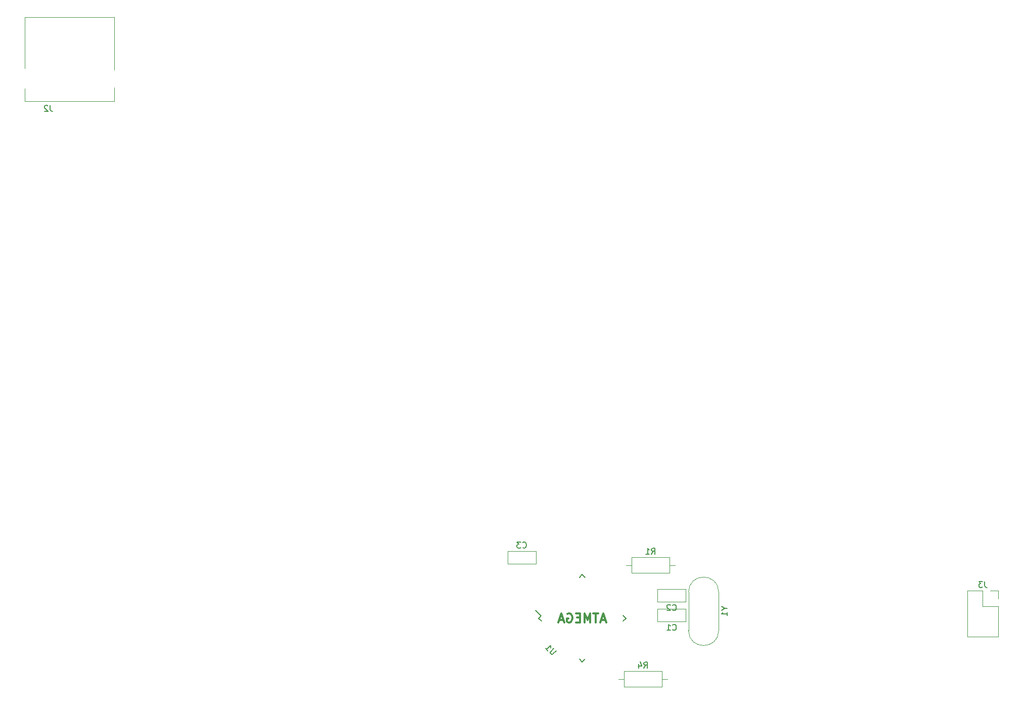
<source format=gbo>
G04 #@! TF.FileFunction,Legend,Bot*
%FSLAX46Y46*%
G04 Gerber Fmt 4.6, Leading zero omitted, Abs format (unit mm)*
G04 Created by KiCad (PCBNEW 4.0.6) date Saturday, May 27, 2017 'AMt' 11:31:39 AM*
%MOMM*%
%LPD*%
G01*
G04 APERTURE LIST*
%ADD10C,0.100000*%
%ADD11C,0.300000*%
%ADD12C,0.120000*%
%ADD13C,0.150000*%
G04 APERTURE END LIST*
D10*
D11*
X147837143Y-238820000D02*
X147122857Y-238820000D01*
X147980000Y-239248571D02*
X147480000Y-237748571D01*
X146980000Y-239248571D01*
X146694286Y-237748571D02*
X145837143Y-237748571D01*
X146265714Y-239248571D02*
X146265714Y-237748571D01*
X145337143Y-239248571D02*
X145337143Y-237748571D01*
X144837143Y-238820000D01*
X144337143Y-237748571D01*
X144337143Y-239248571D01*
X143622857Y-238462857D02*
X143122857Y-238462857D01*
X142908571Y-239248571D02*
X143622857Y-239248571D01*
X143622857Y-237748571D01*
X142908571Y-237748571D01*
X141480000Y-237820000D02*
X141622857Y-237748571D01*
X141837143Y-237748571D01*
X142051428Y-237820000D01*
X142194286Y-237962857D01*
X142265714Y-238105714D01*
X142337143Y-238391429D01*
X142337143Y-238605714D01*
X142265714Y-238891429D01*
X142194286Y-239034286D01*
X142051428Y-239177143D01*
X141837143Y-239248571D01*
X141694286Y-239248571D01*
X141480000Y-239177143D01*
X141408571Y-239105714D01*
X141408571Y-238605714D01*
X141694286Y-238605714D01*
X140837143Y-238820000D02*
X140122857Y-238820000D01*
X140980000Y-239248571D02*
X140480000Y-237748571D01*
X139980000Y-239248571D01*
D12*
X156586000Y-239122000D02*
X161306000Y-239122000D01*
X156586000Y-237002000D02*
X161306000Y-237002000D01*
X156586000Y-239122000D02*
X156586000Y-237002000D01*
X161306000Y-239122000D02*
X161306000Y-237002000D01*
X156586000Y-235820000D02*
X161306000Y-235820000D01*
X156586000Y-233700000D02*
X161306000Y-233700000D01*
X156586000Y-235820000D02*
X156586000Y-233700000D01*
X161306000Y-235820000D02*
X161306000Y-233700000D01*
X136200000Y-227350000D02*
X131480000Y-227350000D01*
X136200000Y-229470000D02*
X131480000Y-229470000D01*
X136200000Y-227350000D02*
X136200000Y-229470000D01*
X131480000Y-227350000D02*
X131480000Y-229470000D01*
X65622000Y-152080000D02*
X65622000Y-149750000D01*
X50632000Y-152080000D02*
X50632000Y-149960000D01*
X65622000Y-152080000D02*
X50632000Y-152080000D01*
X65622000Y-137990000D02*
X50632000Y-137990000D01*
X65622000Y-146790000D02*
X65622000Y-137990000D01*
X50632000Y-146590000D02*
X50632000Y-137990000D01*
X213636000Y-236538000D02*
X213636000Y-241678000D01*
X213636000Y-241678000D02*
X208436000Y-241678000D01*
X208436000Y-241678000D02*
X208436000Y-233938000D01*
X208436000Y-233938000D02*
X211036000Y-233938000D01*
X211036000Y-233938000D02*
X211036000Y-236538000D01*
X211036000Y-236538000D02*
X213636000Y-236538000D01*
X213636000Y-235268000D02*
X213636000Y-233938000D01*
X213636000Y-233938000D02*
X212306000Y-233938000D01*
X158620000Y-228370000D02*
X158620000Y-230990000D01*
X158620000Y-230990000D02*
X152200000Y-230990000D01*
X152200000Y-230990000D02*
X152200000Y-228370000D01*
X152200000Y-228370000D02*
X158620000Y-228370000D01*
X159510000Y-229680000D02*
X158620000Y-229680000D01*
X151310000Y-229680000D02*
X152200000Y-229680000D01*
X157350000Y-247420000D02*
X157350000Y-250040000D01*
X157350000Y-250040000D02*
X150930000Y-250040000D01*
X150930000Y-250040000D02*
X150930000Y-247420000D01*
X150930000Y-247420000D02*
X157350000Y-247420000D01*
X158240000Y-248730000D02*
X157350000Y-248730000D01*
X150040000Y-248730000D02*
X150930000Y-248730000D01*
D13*
X136661445Y-238570000D02*
X137068031Y-238163414D01*
X143980000Y-245888555D02*
X144457297Y-245411258D01*
X151298555Y-238570000D02*
X150821258Y-239047297D01*
X143980000Y-231251445D02*
X143502703Y-231728742D01*
X136661445Y-238570000D02*
X137138742Y-239047297D01*
X143980000Y-231251445D02*
X144457297Y-231728742D01*
X151298555Y-238570000D02*
X150821258Y-238092703D01*
X143980000Y-245888555D02*
X143502703Y-245411258D01*
X137068031Y-238163414D02*
X136166470Y-237261852D01*
D12*
X166825000Y-240600000D02*
X166825000Y-234200000D01*
X161775000Y-240600000D02*
X161775000Y-234200000D01*
X161775000Y-240600000D02*
G75*
G03X166825000Y-240600000I2525000J0D01*
G01*
X161775000Y-234200000D02*
G75*
G02X166825000Y-234200000I2525000J0D01*
G01*
D13*
X159112666Y-240479143D02*
X159160285Y-240526762D01*
X159303142Y-240574381D01*
X159398380Y-240574381D01*
X159541238Y-240526762D01*
X159636476Y-240431524D01*
X159684095Y-240336286D01*
X159731714Y-240145810D01*
X159731714Y-240002952D01*
X159684095Y-239812476D01*
X159636476Y-239717238D01*
X159541238Y-239622000D01*
X159398380Y-239574381D01*
X159303142Y-239574381D01*
X159160285Y-239622000D01*
X159112666Y-239669619D01*
X158160285Y-240574381D02*
X158731714Y-240574381D01*
X158446000Y-240574381D02*
X158446000Y-239574381D01*
X158541238Y-239717238D01*
X158636476Y-239812476D01*
X158731714Y-239860095D01*
X159112666Y-237177143D02*
X159160285Y-237224762D01*
X159303142Y-237272381D01*
X159398380Y-237272381D01*
X159541238Y-237224762D01*
X159636476Y-237129524D01*
X159684095Y-237034286D01*
X159731714Y-236843810D01*
X159731714Y-236700952D01*
X159684095Y-236510476D01*
X159636476Y-236415238D01*
X159541238Y-236320000D01*
X159398380Y-236272381D01*
X159303142Y-236272381D01*
X159160285Y-236320000D01*
X159112666Y-236367619D01*
X158731714Y-236367619D02*
X158684095Y-236320000D01*
X158588857Y-236272381D01*
X158350761Y-236272381D01*
X158255523Y-236320000D01*
X158207904Y-236367619D01*
X158160285Y-236462857D01*
X158160285Y-236558095D01*
X158207904Y-236700952D01*
X158779333Y-237272381D01*
X158160285Y-237272381D01*
X134006666Y-226707143D02*
X134054285Y-226754762D01*
X134197142Y-226802381D01*
X134292380Y-226802381D01*
X134435238Y-226754762D01*
X134530476Y-226659524D01*
X134578095Y-226564286D01*
X134625714Y-226373810D01*
X134625714Y-226230952D01*
X134578095Y-226040476D01*
X134530476Y-225945238D01*
X134435238Y-225850000D01*
X134292380Y-225802381D01*
X134197142Y-225802381D01*
X134054285Y-225850000D01*
X134006666Y-225897619D01*
X133673333Y-225802381D02*
X133054285Y-225802381D01*
X133387619Y-226183333D01*
X133244761Y-226183333D01*
X133149523Y-226230952D01*
X133101904Y-226278571D01*
X133054285Y-226373810D01*
X133054285Y-226611905D01*
X133101904Y-226707143D01*
X133149523Y-226754762D01*
X133244761Y-226802381D01*
X133530476Y-226802381D01*
X133625714Y-226754762D01*
X133673333Y-226707143D01*
X54905333Y-152742381D02*
X54905333Y-153456667D01*
X54952953Y-153599524D01*
X55048191Y-153694762D01*
X55191048Y-153742381D01*
X55286286Y-153742381D01*
X54476762Y-152837619D02*
X54429143Y-152790000D01*
X54333905Y-152742381D01*
X54095809Y-152742381D01*
X54000571Y-152790000D01*
X53952952Y-152837619D01*
X53905333Y-152932857D01*
X53905333Y-153028095D01*
X53952952Y-153170952D01*
X54524381Y-153742381D01*
X53905333Y-153742381D01*
X211369333Y-232390381D02*
X211369333Y-233104667D01*
X211416953Y-233247524D01*
X211512191Y-233342762D01*
X211655048Y-233390381D01*
X211750286Y-233390381D01*
X210988381Y-232390381D02*
X210369333Y-232390381D01*
X210702667Y-232771333D01*
X210559809Y-232771333D01*
X210464571Y-232818952D01*
X210416952Y-232866571D01*
X210369333Y-232961810D01*
X210369333Y-233199905D01*
X210416952Y-233295143D01*
X210464571Y-233342762D01*
X210559809Y-233390381D01*
X210845524Y-233390381D01*
X210940762Y-233342762D01*
X210988381Y-233295143D01*
X155576666Y-227822381D02*
X155910000Y-227346190D01*
X156148095Y-227822381D02*
X156148095Y-226822381D01*
X155767142Y-226822381D01*
X155671904Y-226870000D01*
X155624285Y-226917619D01*
X155576666Y-227012857D01*
X155576666Y-227155714D01*
X155624285Y-227250952D01*
X155671904Y-227298571D01*
X155767142Y-227346190D01*
X156148095Y-227346190D01*
X154624285Y-227822381D02*
X155195714Y-227822381D01*
X154910000Y-227822381D02*
X154910000Y-226822381D01*
X155005238Y-226965238D01*
X155100476Y-227060476D01*
X155195714Y-227108095D01*
X154306666Y-246872381D02*
X154640000Y-246396190D01*
X154878095Y-246872381D02*
X154878095Y-245872381D01*
X154497142Y-245872381D01*
X154401904Y-245920000D01*
X154354285Y-245967619D01*
X154306666Y-246062857D01*
X154306666Y-246205714D01*
X154354285Y-246300952D01*
X154401904Y-246348571D01*
X154497142Y-246396190D01*
X154878095Y-246396190D01*
X153449523Y-246205714D02*
X153449523Y-246872381D01*
X153687619Y-245824762D02*
X153925714Y-246539048D01*
X153306666Y-246539048D01*
X139638027Y-243989469D02*
X139065607Y-244561889D01*
X138964592Y-244595561D01*
X138897249Y-244595561D01*
X138796234Y-244561889D01*
X138661546Y-244427201D01*
X138627874Y-244326186D01*
X138627874Y-244258843D01*
X138661546Y-244157828D01*
X139233966Y-243585408D01*
X137819752Y-243585408D02*
X138223814Y-243989469D01*
X138021783Y-243787439D02*
X138728890Y-243080332D01*
X138695218Y-243248691D01*
X138695218Y-243383377D01*
X138728890Y-243484393D01*
X167801190Y-236923809D02*
X168277381Y-236923809D01*
X167277381Y-236590476D02*
X167801190Y-236923809D01*
X167277381Y-237257143D01*
X168277381Y-238114286D02*
X168277381Y-237542857D01*
X168277381Y-237828571D02*
X167277381Y-237828571D01*
X167420238Y-237733333D01*
X167515476Y-237638095D01*
X167563095Y-237542857D01*
M02*

</source>
